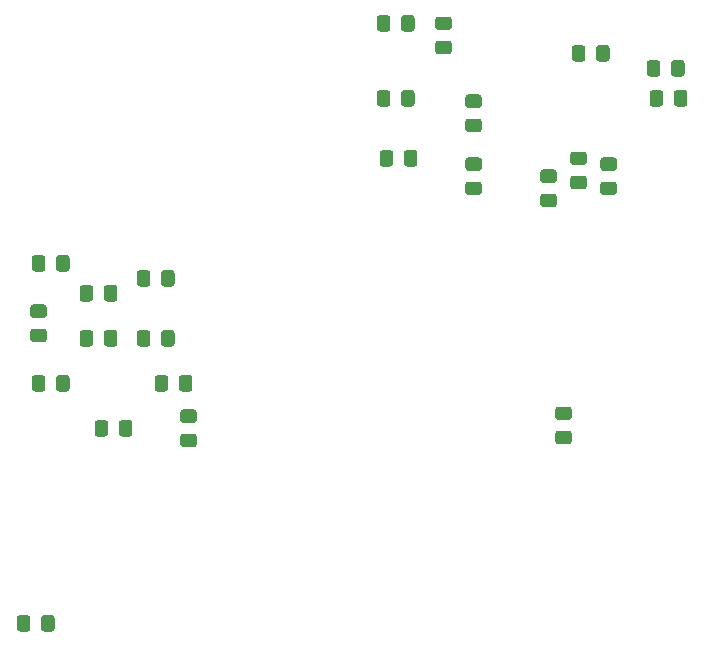
<source format=gbr>
%TF.GenerationSoftware,KiCad,Pcbnew,(5.1.6)-1*%
%TF.CreationDate,2020-10-23T19:33:20-04:00*%
%TF.ProjectId,ECE477,45434534-3737-42e6-9b69-6361645f7063,rev?*%
%TF.SameCoordinates,Original*%
%TF.FileFunction,Paste,Bot*%
%TF.FilePolarity,Positive*%
%FSLAX46Y46*%
G04 Gerber Fmt 4.6, Leading zero omitted, Abs format (unit mm)*
G04 Created by KiCad (PCBNEW (5.1.6)-1) date 2020-10-23 19:33:20*
%MOMM*%
%LPD*%
G01*
G04 APERTURE LIST*
G04 APERTURE END LIST*
%TO.C,R28*%
G36*
G01*
X240849999Y-93405000D02*
X241750001Y-93405000D01*
G75*
G02*
X242000000Y-93654999I0J-249999D01*
G01*
X242000000Y-94305001D01*
G75*
G02*
X241750001Y-94555000I-249999J0D01*
G01*
X240849999Y-94555000D01*
G75*
G02*
X240600000Y-94305001I0J249999D01*
G01*
X240600000Y-93654999D01*
G75*
G02*
X240849999Y-93405000I249999J0D01*
G01*
G37*
G36*
G01*
X240849999Y-91355000D02*
X241750001Y-91355000D01*
G75*
G02*
X242000000Y-91604999I0J-249999D01*
G01*
X242000000Y-92255001D01*
G75*
G02*
X241750001Y-92505000I-249999J0D01*
G01*
X240849999Y-92505000D01*
G75*
G02*
X240600000Y-92255001I0J249999D01*
G01*
X240600000Y-91604999D01*
G75*
G02*
X240849999Y-91355000I249999J0D01*
G01*
G37*
%TD*%
%TO.C,R27*%
G36*
G01*
X239210001Y-92015000D02*
X238309999Y-92015000D01*
G75*
G02*
X238060000Y-91765001I0J249999D01*
G01*
X238060000Y-91114999D01*
G75*
G02*
X238309999Y-90865000I249999J0D01*
G01*
X239210001Y-90865000D01*
G75*
G02*
X239460000Y-91114999I0J-249999D01*
G01*
X239460000Y-91765001D01*
G75*
G02*
X239210001Y-92015000I-249999J0D01*
G01*
G37*
G36*
G01*
X239210001Y-94065000D02*
X238309999Y-94065000D01*
G75*
G02*
X238060000Y-93815001I0J249999D01*
G01*
X238060000Y-93164999D01*
G75*
G02*
X238309999Y-92915000I249999J0D01*
G01*
X239210001Y-92915000D01*
G75*
G02*
X239460000Y-93164999I0J-249999D01*
G01*
X239460000Y-93815001D01*
G75*
G02*
X239210001Y-94065000I-249999J0D01*
G01*
G37*
%TD*%
%TO.C,R26*%
G36*
G01*
X237039999Y-114505000D02*
X237940001Y-114505000D01*
G75*
G02*
X238190000Y-114754999I0J-249999D01*
G01*
X238190000Y-115405001D01*
G75*
G02*
X237940001Y-115655000I-249999J0D01*
G01*
X237039999Y-115655000D01*
G75*
G02*
X236790000Y-115405001I0J249999D01*
G01*
X236790000Y-114754999D01*
G75*
G02*
X237039999Y-114505000I249999J0D01*
G01*
G37*
G36*
G01*
X237039999Y-112455000D02*
X237940001Y-112455000D01*
G75*
G02*
X238190000Y-112704999I0J-249999D01*
G01*
X238190000Y-113355001D01*
G75*
G02*
X237940001Y-113605000I-249999J0D01*
G01*
X237039999Y-113605000D01*
G75*
G02*
X236790000Y-113355001I0J249999D01*
G01*
X236790000Y-112704999D01*
G75*
G02*
X237039999Y-112455000I249999J0D01*
G01*
G37*
%TD*%
%TO.C,R25*%
G36*
G01*
X235769999Y-94430000D02*
X236670001Y-94430000D01*
G75*
G02*
X236920000Y-94679999I0J-249999D01*
G01*
X236920000Y-95330001D01*
G75*
G02*
X236670001Y-95580000I-249999J0D01*
G01*
X235769999Y-95580000D01*
G75*
G02*
X235520000Y-95330001I0J249999D01*
G01*
X235520000Y-94679999D01*
G75*
G02*
X235769999Y-94430000I249999J0D01*
G01*
G37*
G36*
G01*
X235769999Y-92380000D02*
X236670001Y-92380000D01*
G75*
G02*
X236920000Y-92629999I0J-249999D01*
G01*
X236920000Y-93280001D01*
G75*
G02*
X236670001Y-93530000I-249999J0D01*
G01*
X235769999Y-93530000D01*
G75*
G02*
X235520000Y-93280001I0J249999D01*
G01*
X235520000Y-92629999D01*
G75*
G02*
X235769999Y-92380000I249999J0D01*
G01*
G37*
%TD*%
%TO.C,R24*%
G36*
G01*
X240235000Y-83000001D02*
X240235000Y-82099999D01*
G75*
G02*
X240484999Y-81850000I249999J0D01*
G01*
X241135001Y-81850000D01*
G75*
G02*
X241385000Y-82099999I0J-249999D01*
G01*
X241385000Y-83000001D01*
G75*
G02*
X241135001Y-83250000I-249999J0D01*
G01*
X240484999Y-83250000D01*
G75*
G02*
X240235000Y-83000001I0J249999D01*
G01*
G37*
G36*
G01*
X238185000Y-83000001D02*
X238185000Y-82099999D01*
G75*
G02*
X238434999Y-81850000I249999J0D01*
G01*
X239085001Y-81850000D01*
G75*
G02*
X239335000Y-82099999I0J-249999D01*
G01*
X239335000Y-83000001D01*
G75*
G02*
X239085001Y-83250000I-249999J0D01*
G01*
X238434999Y-83250000D01*
G75*
G02*
X238185000Y-83000001I0J249999D01*
G01*
G37*
%TD*%
%TO.C,R18*%
G36*
G01*
X223070000Y-90989999D02*
X223070000Y-91890001D01*
G75*
G02*
X222820001Y-92140000I-249999J0D01*
G01*
X222169999Y-92140000D01*
G75*
G02*
X221920000Y-91890001I0J249999D01*
G01*
X221920000Y-90989999D01*
G75*
G02*
X222169999Y-90740000I249999J0D01*
G01*
X222820001Y-90740000D01*
G75*
G02*
X223070000Y-90989999I0J-249999D01*
G01*
G37*
G36*
G01*
X225120000Y-90989999D02*
X225120000Y-91890001D01*
G75*
G02*
X224870001Y-92140000I-249999J0D01*
G01*
X224219999Y-92140000D01*
G75*
G02*
X223970000Y-91890001I0J249999D01*
G01*
X223970000Y-90989999D01*
G75*
G02*
X224219999Y-90740000I249999J0D01*
G01*
X224870001Y-90740000D01*
G75*
G02*
X225120000Y-90989999I0J-249999D01*
G01*
G37*
%TD*%
%TO.C,R16*%
G36*
G01*
X222825000Y-85909999D02*
X222825000Y-86810001D01*
G75*
G02*
X222575001Y-87060000I-249999J0D01*
G01*
X221924999Y-87060000D01*
G75*
G02*
X221675000Y-86810001I0J249999D01*
G01*
X221675000Y-85909999D01*
G75*
G02*
X221924999Y-85660000I249999J0D01*
G01*
X222575001Y-85660000D01*
G75*
G02*
X222825000Y-85909999I0J-249999D01*
G01*
G37*
G36*
G01*
X224875000Y-85909999D02*
X224875000Y-86810001D01*
G75*
G02*
X224625001Y-87060000I-249999J0D01*
G01*
X223974999Y-87060000D01*
G75*
G02*
X223725000Y-86810001I0J249999D01*
G01*
X223725000Y-85909999D01*
G75*
G02*
X223974999Y-85660000I249999J0D01*
G01*
X224625001Y-85660000D01*
G75*
G02*
X224875000Y-85909999I0J-249999D01*
G01*
G37*
%TD*%
%TO.C,R15*%
G36*
G01*
X222825000Y-79559999D02*
X222825000Y-80460001D01*
G75*
G02*
X222575001Y-80710000I-249999J0D01*
G01*
X221924999Y-80710000D01*
G75*
G02*
X221675000Y-80460001I0J249999D01*
G01*
X221675000Y-79559999D01*
G75*
G02*
X221924999Y-79310000I249999J0D01*
G01*
X222575001Y-79310000D01*
G75*
G02*
X222825000Y-79559999I0J-249999D01*
G01*
G37*
G36*
G01*
X224875000Y-79559999D02*
X224875000Y-80460001D01*
G75*
G02*
X224625001Y-80710000I-249999J0D01*
G01*
X223974999Y-80710000D01*
G75*
G02*
X223725000Y-80460001I0J249999D01*
G01*
X223725000Y-79559999D01*
G75*
G02*
X223974999Y-79310000I249999J0D01*
G01*
X224625001Y-79310000D01*
G75*
G02*
X224875000Y-79559999I0J-249999D01*
G01*
G37*
%TD*%
%TO.C,C10*%
G36*
G01*
X245685000Y-83369999D02*
X245685000Y-84270001D01*
G75*
G02*
X245435001Y-84520000I-249999J0D01*
G01*
X244784999Y-84520000D01*
G75*
G02*
X244535000Y-84270001I0J249999D01*
G01*
X244535000Y-83369999D01*
G75*
G02*
X244784999Y-83120000I249999J0D01*
G01*
X245435001Y-83120000D01*
G75*
G02*
X245685000Y-83369999I0J-249999D01*
G01*
G37*
G36*
G01*
X247735000Y-83369999D02*
X247735000Y-84270001D01*
G75*
G02*
X247485001Y-84520000I-249999J0D01*
G01*
X246834999Y-84520000D01*
G75*
G02*
X246585000Y-84270001I0J249999D01*
G01*
X246585000Y-83369999D01*
G75*
G02*
X246834999Y-83120000I249999J0D01*
G01*
X247485001Y-83120000D01*
G75*
G02*
X247735000Y-83369999I0J-249999D01*
G01*
G37*
%TD*%
%TO.C,C8*%
G36*
G01*
X245930000Y-85909999D02*
X245930000Y-86810001D01*
G75*
G02*
X245680001Y-87060000I-249999J0D01*
G01*
X245029999Y-87060000D01*
G75*
G02*
X244780000Y-86810001I0J249999D01*
G01*
X244780000Y-85909999D01*
G75*
G02*
X245029999Y-85660000I249999J0D01*
G01*
X245680001Y-85660000D01*
G75*
G02*
X245930000Y-85909999I0J-249999D01*
G01*
G37*
G36*
G01*
X247980000Y-85909999D02*
X247980000Y-86810001D01*
G75*
G02*
X247730001Y-87060000I-249999J0D01*
G01*
X247079999Y-87060000D01*
G75*
G02*
X246830000Y-86810001I0J249999D01*
G01*
X246830000Y-85909999D01*
G75*
G02*
X247079999Y-85660000I249999J0D01*
G01*
X247730001Y-85660000D01*
G75*
G02*
X247980000Y-85909999I0J-249999D01*
G01*
G37*
%TD*%
%TO.C,C6*%
G36*
G01*
X229419999Y-93405000D02*
X230320001Y-93405000D01*
G75*
G02*
X230570000Y-93654999I0J-249999D01*
G01*
X230570000Y-94305001D01*
G75*
G02*
X230320001Y-94555000I-249999J0D01*
G01*
X229419999Y-94555000D01*
G75*
G02*
X229170000Y-94305001I0J249999D01*
G01*
X229170000Y-93654999D01*
G75*
G02*
X229419999Y-93405000I249999J0D01*
G01*
G37*
G36*
G01*
X229419999Y-91355000D02*
X230320001Y-91355000D01*
G75*
G02*
X230570000Y-91604999I0J-249999D01*
G01*
X230570000Y-92255001D01*
G75*
G02*
X230320001Y-92505000I-249999J0D01*
G01*
X229419999Y-92505000D01*
G75*
G02*
X229170000Y-92255001I0J249999D01*
G01*
X229170000Y-91604999D01*
G75*
G02*
X229419999Y-91355000I249999J0D01*
G01*
G37*
%TD*%
%TO.C,C4*%
G36*
G01*
X230320001Y-87180000D02*
X229419999Y-87180000D01*
G75*
G02*
X229170000Y-86930001I0J249999D01*
G01*
X229170000Y-86279999D01*
G75*
G02*
X229419999Y-86030000I249999J0D01*
G01*
X230320001Y-86030000D01*
G75*
G02*
X230570000Y-86279999I0J-249999D01*
G01*
X230570000Y-86930001D01*
G75*
G02*
X230320001Y-87180000I-249999J0D01*
G01*
G37*
G36*
G01*
X230320001Y-89230000D02*
X229419999Y-89230000D01*
G75*
G02*
X229170000Y-88980001I0J249999D01*
G01*
X229170000Y-88329999D01*
G75*
G02*
X229419999Y-88080000I249999J0D01*
G01*
X230320001Y-88080000D01*
G75*
G02*
X230570000Y-88329999I0J-249999D01*
G01*
X230570000Y-88980001D01*
G75*
G02*
X230320001Y-89230000I-249999J0D01*
G01*
G37*
%TD*%
%TO.C,C2*%
G36*
G01*
X227780001Y-80585000D02*
X226879999Y-80585000D01*
G75*
G02*
X226630000Y-80335001I0J249999D01*
G01*
X226630000Y-79684999D01*
G75*
G02*
X226879999Y-79435000I249999J0D01*
G01*
X227780001Y-79435000D01*
G75*
G02*
X228030000Y-79684999I0J-249999D01*
G01*
X228030000Y-80335001D01*
G75*
G02*
X227780001Y-80585000I-249999J0D01*
G01*
G37*
G36*
G01*
X227780001Y-82635000D02*
X226879999Y-82635000D01*
G75*
G02*
X226630000Y-82385001I0J249999D01*
G01*
X226630000Y-81734999D01*
G75*
G02*
X226879999Y-81485000I249999J0D01*
G01*
X227780001Y-81485000D01*
G75*
G02*
X228030000Y-81734999I0J-249999D01*
G01*
X228030000Y-82385001D01*
G75*
G02*
X227780001Y-82635000I-249999J0D01*
G01*
G37*
%TD*%
%TO.C,C30*%
G36*
G01*
X206190001Y-113850000D02*
X205289999Y-113850000D01*
G75*
G02*
X205040000Y-113600001I0J249999D01*
G01*
X205040000Y-112949999D01*
G75*
G02*
X205289999Y-112700000I249999J0D01*
G01*
X206190001Y-112700000D01*
G75*
G02*
X206440000Y-112949999I0J-249999D01*
G01*
X206440000Y-113600001D01*
G75*
G02*
X206190001Y-113850000I-249999J0D01*
G01*
G37*
G36*
G01*
X206190001Y-115900000D02*
X205289999Y-115900000D01*
G75*
G02*
X205040000Y-115650001I0J249999D01*
G01*
X205040000Y-114999999D01*
G75*
G02*
X205289999Y-114750000I249999J0D01*
G01*
X206190001Y-114750000D01*
G75*
G02*
X206440000Y-114999999I0J-249999D01*
G01*
X206440000Y-115650001D01*
G75*
G02*
X206190001Y-115900000I-249999J0D01*
G01*
G37*
%TD*%
%TO.C,R6*%
G36*
G01*
X198570000Y-103320001D02*
X198570000Y-102419999D01*
G75*
G02*
X198819999Y-102170000I249999J0D01*
G01*
X199470001Y-102170000D01*
G75*
G02*
X199720000Y-102419999I0J-249999D01*
G01*
X199720000Y-103320001D01*
G75*
G02*
X199470001Y-103570000I-249999J0D01*
G01*
X198819999Y-103570000D01*
G75*
G02*
X198570000Y-103320001I0J249999D01*
G01*
G37*
G36*
G01*
X196520000Y-103320001D02*
X196520000Y-102419999D01*
G75*
G02*
X196769999Y-102170000I249999J0D01*
G01*
X197420001Y-102170000D01*
G75*
G02*
X197670000Y-102419999I0J-249999D01*
G01*
X197670000Y-103320001D01*
G75*
G02*
X197420001Y-103570000I-249999J0D01*
G01*
X196769999Y-103570000D01*
G75*
G02*
X196520000Y-103320001I0J249999D01*
G01*
G37*
%TD*%
%TO.C,R14*%
G36*
G01*
X193245000Y-131260001D02*
X193245000Y-130359999D01*
G75*
G02*
X193494999Y-130110000I249999J0D01*
G01*
X194145001Y-130110000D01*
G75*
G02*
X194395000Y-130359999I0J-249999D01*
G01*
X194395000Y-131260001D01*
G75*
G02*
X194145001Y-131510000I-249999J0D01*
G01*
X193494999Y-131510000D01*
G75*
G02*
X193245000Y-131260001I0J249999D01*
G01*
G37*
G36*
G01*
X191195000Y-131260001D02*
X191195000Y-130359999D01*
G75*
G02*
X191444999Y-130110000I249999J0D01*
G01*
X192095001Y-130110000D01*
G75*
G02*
X192345000Y-130359999I0J-249999D01*
G01*
X192345000Y-131260001D01*
G75*
G02*
X192095001Y-131510000I-249999J0D01*
G01*
X191444999Y-131510000D01*
G75*
G02*
X191195000Y-131260001I0J249999D01*
G01*
G37*
%TD*%
%TO.C,R10*%
G36*
G01*
X198570000Y-107130001D02*
X198570000Y-106229999D01*
G75*
G02*
X198819999Y-105980000I249999J0D01*
G01*
X199470001Y-105980000D01*
G75*
G02*
X199720000Y-106229999I0J-249999D01*
G01*
X199720000Y-107130001D01*
G75*
G02*
X199470001Y-107380000I-249999J0D01*
G01*
X198819999Y-107380000D01*
G75*
G02*
X198570000Y-107130001I0J249999D01*
G01*
G37*
G36*
G01*
X196520000Y-107130001D02*
X196520000Y-106229999D01*
G75*
G02*
X196769999Y-105980000I249999J0D01*
G01*
X197420001Y-105980000D01*
G75*
G02*
X197670000Y-106229999I0J-249999D01*
G01*
X197670000Y-107130001D01*
G75*
G02*
X197420001Y-107380000I-249999J0D01*
G01*
X196769999Y-107380000D01*
G75*
G02*
X196520000Y-107130001I0J249999D01*
G01*
G37*
%TD*%
%TO.C,R7*%
G36*
G01*
X204920000Y-110940001D02*
X204920000Y-110039999D01*
G75*
G02*
X205169999Y-109790000I249999J0D01*
G01*
X205820001Y-109790000D01*
G75*
G02*
X206070000Y-110039999I0J-249999D01*
G01*
X206070000Y-110940001D01*
G75*
G02*
X205820001Y-111190000I-249999J0D01*
G01*
X205169999Y-111190000D01*
G75*
G02*
X204920000Y-110940001I0J249999D01*
G01*
G37*
G36*
G01*
X202870000Y-110940001D02*
X202870000Y-110039999D01*
G75*
G02*
X203119999Y-109790000I249999J0D01*
G01*
X203770001Y-109790000D01*
G75*
G02*
X204020000Y-110039999I0J-249999D01*
G01*
X204020000Y-110940001D01*
G75*
G02*
X203770001Y-111190000I-249999J0D01*
G01*
X203119999Y-111190000D01*
G75*
G02*
X202870000Y-110940001I0J249999D01*
G01*
G37*
%TD*%
%TO.C,R11*%
G36*
G01*
X199840000Y-114750001D02*
X199840000Y-113849999D01*
G75*
G02*
X200089999Y-113600000I249999J0D01*
G01*
X200740001Y-113600000D01*
G75*
G02*
X200990000Y-113849999I0J-249999D01*
G01*
X200990000Y-114750001D01*
G75*
G02*
X200740001Y-115000000I-249999J0D01*
G01*
X200089999Y-115000000D01*
G75*
G02*
X199840000Y-114750001I0J249999D01*
G01*
G37*
G36*
G01*
X197790000Y-114750001D02*
X197790000Y-113849999D01*
G75*
G02*
X198039999Y-113600000I249999J0D01*
G01*
X198690001Y-113600000D01*
G75*
G02*
X198940000Y-113849999I0J-249999D01*
G01*
X198940000Y-114750001D01*
G75*
G02*
X198690001Y-115000000I-249999J0D01*
G01*
X198039999Y-115000000D01*
G75*
G02*
X197790000Y-114750001I0J249999D01*
G01*
G37*
%TD*%
%TO.C,L1*%
G36*
G01*
X193490001Y-104960000D02*
X192589999Y-104960000D01*
G75*
G02*
X192340000Y-104710001I0J249999D01*
G01*
X192340000Y-104059999D01*
G75*
G02*
X192589999Y-103810000I249999J0D01*
G01*
X193490001Y-103810000D01*
G75*
G02*
X193740000Y-104059999I0J-249999D01*
G01*
X193740000Y-104710001D01*
G75*
G02*
X193490001Y-104960000I-249999J0D01*
G01*
G37*
G36*
G01*
X193490001Y-107010000D02*
X192589999Y-107010000D01*
G75*
G02*
X192340000Y-106760001I0J249999D01*
G01*
X192340000Y-106109999D01*
G75*
G02*
X192589999Y-105860000I249999J0D01*
G01*
X193490001Y-105860000D01*
G75*
G02*
X193740000Y-106109999I0J-249999D01*
G01*
X193740000Y-106760001D01*
G75*
G02*
X193490001Y-107010000I-249999J0D01*
G01*
G37*
%TD*%
%TO.C,C27*%
G36*
G01*
X203405000Y-102050001D02*
X203405000Y-101149999D01*
G75*
G02*
X203654999Y-100900000I249999J0D01*
G01*
X204305001Y-100900000D01*
G75*
G02*
X204555000Y-101149999I0J-249999D01*
G01*
X204555000Y-102050001D01*
G75*
G02*
X204305001Y-102300000I-249999J0D01*
G01*
X203654999Y-102300000D01*
G75*
G02*
X203405000Y-102050001I0J249999D01*
G01*
G37*
G36*
G01*
X201355000Y-102050001D02*
X201355000Y-101149999D01*
G75*
G02*
X201604999Y-100900000I249999J0D01*
G01*
X202255001Y-100900000D01*
G75*
G02*
X202505000Y-101149999I0J-249999D01*
G01*
X202505000Y-102050001D01*
G75*
G02*
X202255001Y-102300000I-249999J0D01*
G01*
X201604999Y-102300000D01*
G75*
G02*
X201355000Y-102050001I0J249999D01*
G01*
G37*
%TD*%
%TO.C,C26*%
G36*
G01*
X203405000Y-107130001D02*
X203405000Y-106229999D01*
G75*
G02*
X203654999Y-105980000I249999J0D01*
G01*
X204305001Y-105980000D01*
G75*
G02*
X204555000Y-106229999I0J-249999D01*
G01*
X204555000Y-107130001D01*
G75*
G02*
X204305001Y-107380000I-249999J0D01*
G01*
X203654999Y-107380000D01*
G75*
G02*
X203405000Y-107130001I0J249999D01*
G01*
G37*
G36*
G01*
X201355000Y-107130001D02*
X201355000Y-106229999D01*
G75*
G02*
X201604999Y-105980000I249999J0D01*
G01*
X202255001Y-105980000D01*
G75*
G02*
X202505000Y-106229999I0J-249999D01*
G01*
X202505000Y-107130001D01*
G75*
G02*
X202255001Y-107380000I-249999J0D01*
G01*
X201604999Y-107380000D01*
G75*
G02*
X201355000Y-107130001I0J249999D01*
G01*
G37*
%TD*%
%TO.C,C23*%
G36*
G01*
X194515000Y-100780001D02*
X194515000Y-99879999D01*
G75*
G02*
X194764999Y-99630000I249999J0D01*
G01*
X195415001Y-99630000D01*
G75*
G02*
X195665000Y-99879999I0J-249999D01*
G01*
X195665000Y-100780001D01*
G75*
G02*
X195415001Y-101030000I-249999J0D01*
G01*
X194764999Y-101030000D01*
G75*
G02*
X194515000Y-100780001I0J249999D01*
G01*
G37*
G36*
G01*
X192465000Y-100780001D02*
X192465000Y-99879999D01*
G75*
G02*
X192714999Y-99630000I249999J0D01*
G01*
X193365001Y-99630000D01*
G75*
G02*
X193615000Y-99879999I0J-249999D01*
G01*
X193615000Y-100780001D01*
G75*
G02*
X193365001Y-101030000I-249999J0D01*
G01*
X192714999Y-101030000D01*
G75*
G02*
X192465000Y-100780001I0J249999D01*
G01*
G37*
%TD*%
%TO.C,C22*%
G36*
G01*
X194515000Y-110940001D02*
X194515000Y-110039999D01*
G75*
G02*
X194764999Y-109790000I249999J0D01*
G01*
X195415001Y-109790000D01*
G75*
G02*
X195665000Y-110039999I0J-249999D01*
G01*
X195665000Y-110940001D01*
G75*
G02*
X195415001Y-111190000I-249999J0D01*
G01*
X194764999Y-111190000D01*
G75*
G02*
X194515000Y-110940001I0J249999D01*
G01*
G37*
G36*
G01*
X192465000Y-110940001D02*
X192465000Y-110039999D01*
G75*
G02*
X192714999Y-109790000I249999J0D01*
G01*
X193365001Y-109790000D01*
G75*
G02*
X193615000Y-110039999I0J-249999D01*
G01*
X193615000Y-110940001D01*
G75*
G02*
X193365001Y-111190000I-249999J0D01*
G01*
X192714999Y-111190000D01*
G75*
G02*
X192465000Y-110940001I0J249999D01*
G01*
G37*
%TD*%
M02*

</source>
